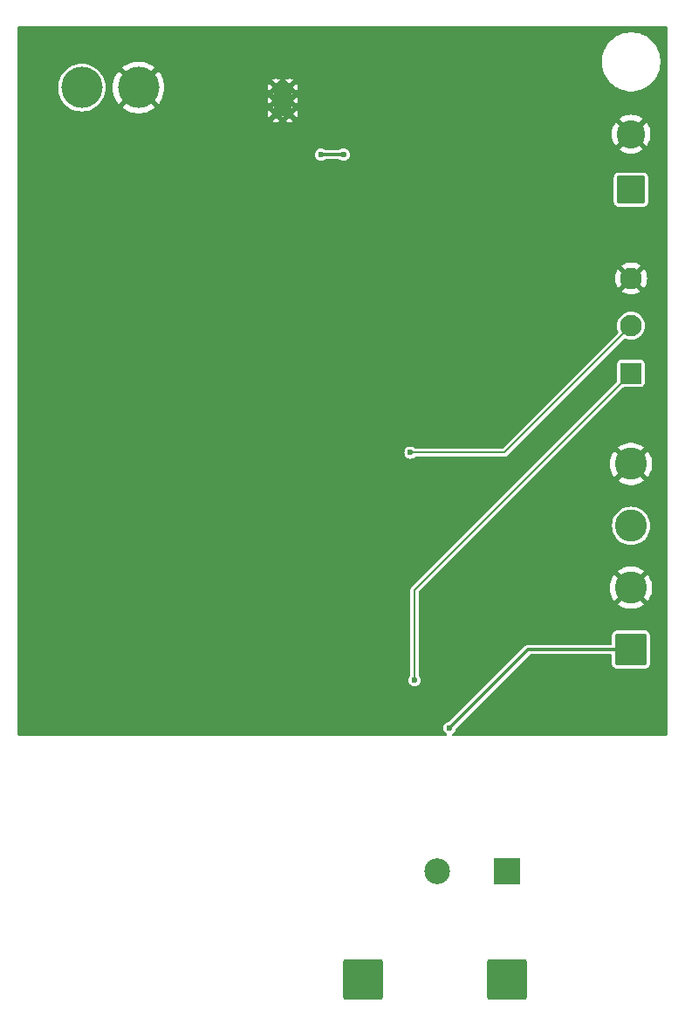
<source format=gbl>
G04 #@! TF.GenerationSoftware,KiCad,Pcbnew,8.0.6*
G04 #@! TF.CreationDate,2025-04-03T20:59:00+02:00*
G04 #@! TF.ProjectId,UV-Lamp,55562d4c-616d-4702-9e6b-696361645f70,v2.0*
G04 #@! TF.SameCoordinates,Original*
G04 #@! TF.FileFunction,Copper,L2,Bot*
G04 #@! TF.FilePolarity,Positive*
%FSLAX46Y46*%
G04 Gerber Fmt 4.6, Leading zero omitted, Abs format (unit mm)*
G04 Created by KiCad (PCBNEW 8.0.6) date 2025-04-03 20:59:00*
%MOMM*%
%LPD*%
G01*
G04 APERTURE LIST*
G04 Aperture macros list*
%AMRoundRect*
0 Rectangle with rounded corners*
0 $1 Rounding radius*
0 $2 $3 $4 $5 $6 $7 $8 $9 X,Y pos of 4 corners*
0 Add a 4 corners polygon primitive as box body*
4,1,4,$2,$3,$4,$5,$6,$7,$8,$9,$2,$3,0*
0 Add four circle primitives for the rounded corners*
1,1,$1+$1,$2,$3*
1,1,$1+$1,$4,$5*
1,1,$1+$1,$6,$7*
1,1,$1+$1,$8,$9*
0 Add four rect primitives between the rounded corners*
20,1,$1+$1,$2,$3,$4,$5,0*
20,1,$1+$1,$4,$5,$6,$7,0*
20,1,$1+$1,$6,$7,$8,$9,0*
20,1,$1+$1,$8,$9,$2,$3,0*%
G04 Aperture macros list end*
G04 #@! TA.AperFunction,ComponentPad*
%ADD10RoundRect,0.250002X-1.699998X-1.699998X1.699998X-1.699998X1.699998X1.699998X-1.699998X1.699998X0*%
G04 #@! TD*
G04 #@! TA.AperFunction,HeatsinkPad*
%ADD11C,0.600000*%
G04 #@! TD*
G04 #@! TA.AperFunction,HeatsinkPad*
%ADD12R,1.800000X3.100000*%
G04 #@! TD*
G04 #@! TA.AperFunction,ComponentPad*
%ADD13RoundRect,0.250000X1.125000X-1.125000X1.125000X1.125000X-1.125000X1.125000X-1.125000X-1.125000X0*%
G04 #@! TD*
G04 #@! TA.AperFunction,ComponentPad*
%ADD14C,2.750000*%
G04 #@! TD*
G04 #@! TA.AperFunction,ComponentPad*
%ADD15RoundRect,0.249999X1.300001X-1.300001X1.300001X1.300001X-1.300001X1.300001X-1.300001X-1.300001X0*%
G04 #@! TD*
G04 #@! TA.AperFunction,ComponentPad*
%ADD16C,3.100000*%
G04 #@! TD*
G04 #@! TA.AperFunction,ComponentPad*
%ADD17RoundRect,0.250001X0.799999X-0.799999X0.799999X0.799999X-0.799999X0.799999X-0.799999X-0.799999X0*%
G04 #@! TD*
G04 #@! TA.AperFunction,ComponentPad*
%ADD18C,2.100000*%
G04 #@! TD*
G04 #@! TA.AperFunction,ComponentPad*
%ADD19R,2.500000X2.500000*%
G04 #@! TD*
G04 #@! TA.AperFunction,ComponentPad*
%ADD20C,2.500000*%
G04 #@! TD*
G04 #@! TA.AperFunction,ComponentPad*
%ADD21C,4.000000*%
G04 #@! TD*
G04 #@! TA.AperFunction,ViaPad*
%ADD22C,0.600000*%
G04 #@! TD*
G04 #@! TA.AperFunction,Conductor*
%ADD23C,0.300000*%
G04 #@! TD*
G04 #@! TA.AperFunction,Conductor*
%ADD24C,0.200000*%
G04 #@! TD*
G04 APERTURE END LIST*
D10*
X141100000Y-148800000D03*
D11*
X132650000Y-62250000D03*
X132650000Y-63550000D03*
X132650000Y-64850000D03*
D12*
X133300000Y-63550000D03*
D11*
X133950000Y-62250000D03*
X133950000Y-63550000D03*
X133950000Y-64850000D03*
D13*
X167100000Y-72200000D03*
D14*
X167100000Y-66800000D03*
D15*
X167100000Y-116800000D03*
D16*
X167100000Y-110800000D03*
X167100000Y-104800000D03*
X167100000Y-98800000D03*
D10*
X155100000Y-148800000D03*
D17*
X167100000Y-90000000D03*
D18*
X167100000Y-85400000D03*
X167100000Y-80800000D03*
D19*
X155057500Y-138300000D03*
D20*
X148307500Y-138300000D03*
D21*
X113807500Y-62300000D03*
X119307500Y-62300000D03*
D22*
X144200000Y-82200000D03*
X123800000Y-72100000D03*
X154200000Y-77200000D03*
X119200000Y-57200000D03*
X119200000Y-112200000D03*
X149200000Y-57200000D03*
X154200000Y-122200000D03*
X109200000Y-122200000D03*
X149200000Y-87200000D03*
X142200000Y-115500000D03*
X140100000Y-114600000D03*
X149200000Y-67200000D03*
X154200000Y-67200000D03*
X159200000Y-82200000D03*
X141500000Y-102800000D03*
X109200000Y-92200000D03*
X129200000Y-82200000D03*
X138500000Y-63000000D03*
X128800000Y-61300000D03*
X114200000Y-92200000D03*
X124200000Y-62200000D03*
X149200000Y-112200000D03*
X158700000Y-96000000D03*
X119200000Y-97200000D03*
X139200000Y-57200000D03*
X114200000Y-117200000D03*
X109200000Y-67200000D03*
X109200000Y-57200000D03*
X159200000Y-77200000D03*
X134200000Y-107200000D03*
X119200000Y-82200000D03*
X149000000Y-118600000D03*
X129200000Y-57200000D03*
X154200000Y-112200000D03*
X109200000Y-117200000D03*
X119200000Y-92200000D03*
X141800000Y-92700000D03*
X114200000Y-102200000D03*
X140000000Y-65900000D03*
X144700000Y-114600000D03*
X114200000Y-122200000D03*
X109200000Y-72200000D03*
X159200000Y-62200000D03*
X114200000Y-112200000D03*
X134200000Y-77200000D03*
X109200000Y-102200000D03*
X129200000Y-87200000D03*
X109200000Y-107200000D03*
X144200000Y-57200000D03*
X169200000Y-77200000D03*
X159200000Y-67200000D03*
X134200000Y-57200000D03*
X129200000Y-107200000D03*
X114200000Y-107200000D03*
X114200000Y-97200000D03*
X114200000Y-87200000D03*
X169200000Y-122200000D03*
X114200000Y-82200000D03*
X154200000Y-57200000D03*
X164200000Y-67200000D03*
X142000000Y-121900000D03*
X134200000Y-82200000D03*
X142200000Y-118000000D03*
X109200000Y-97200000D03*
X119200000Y-122200000D03*
X141800000Y-95700000D03*
X146000000Y-92400000D03*
X124200000Y-57200000D03*
X109200000Y-62200000D03*
X109200000Y-87200000D03*
X119200000Y-107200000D03*
X153600000Y-99600000D03*
X119200000Y-117200000D03*
X109200000Y-77200000D03*
X114200000Y-57200000D03*
X164200000Y-62200000D03*
X119200000Y-102200000D03*
X119200000Y-67200000D03*
X141600000Y-99800000D03*
X109200000Y-112200000D03*
X148000000Y-96600000D03*
X119200000Y-87200000D03*
X159200000Y-57200000D03*
X129200000Y-112200000D03*
X134200000Y-87200000D03*
X129200000Y-92200000D03*
X164200000Y-77200000D03*
X139200000Y-82200000D03*
X144200000Y-67200000D03*
X119200000Y-72200000D03*
X109200000Y-82200000D03*
X129200000Y-77200000D03*
X164200000Y-122200000D03*
X129900000Y-70600000D03*
X139200000Y-68800000D03*
X137000000Y-68800000D03*
X145700000Y-97700000D03*
X146099968Y-119775645D03*
X149500000Y-124400000D03*
D23*
X137000000Y-68800000D02*
X139200000Y-68800000D01*
D24*
X145700000Y-97700000D02*
X154800000Y-97700000D01*
X154800000Y-97700000D02*
X167100000Y-85400000D01*
X146099968Y-119775645D02*
X146099968Y-111000032D01*
X146099968Y-111000032D02*
X167100000Y-90000000D01*
D23*
X149500000Y-124400000D02*
X157100000Y-116800000D01*
X157100000Y-116800000D02*
X167100000Y-116800000D01*
G04 #@! TA.AperFunction,Conductor*
G36*
X170525000Y-56320462D02*
G01*
X170579538Y-56375000D01*
X170599500Y-56449500D01*
X170599500Y-125051000D01*
X170579538Y-125125500D01*
X170525000Y-125180038D01*
X170450500Y-125200000D01*
X149881799Y-125200000D01*
X149807299Y-125180038D01*
X149752761Y-125125500D01*
X149732799Y-125051000D01*
X149752761Y-124976500D01*
X149796693Y-124932566D01*
X149795093Y-124930481D01*
X149802841Y-124924536D01*
X149928282Y-124828282D01*
X150024536Y-124702841D01*
X150085044Y-124556762D01*
X150094316Y-124486328D01*
X150123830Y-124415074D01*
X150136674Y-124400427D01*
X157242962Y-117294141D01*
X157309757Y-117255577D01*
X157348321Y-117250500D01*
X165100501Y-117250500D01*
X165175001Y-117270462D01*
X165229539Y-117325000D01*
X165249501Y-117399500D01*
X165249501Y-118143108D01*
X165260122Y-118231560D01*
X165260124Y-118231569D01*
X165315638Y-118372342D01*
X165315639Y-118372343D01*
X165407077Y-118492923D01*
X165527657Y-118584361D01*
X165668435Y-118639877D01*
X165756897Y-118650500D01*
X168443102Y-118650499D01*
X168531565Y-118639877D01*
X168672343Y-118584361D01*
X168792923Y-118492923D01*
X168884361Y-118372343D01*
X168939877Y-118231565D01*
X168950500Y-118143103D01*
X168950499Y-115456898D01*
X168939877Y-115368435D01*
X168884361Y-115227657D01*
X168792923Y-115107077D01*
X168672343Y-115015639D01*
X168672341Y-115015638D01*
X168672342Y-115015638D01*
X168531564Y-114960122D01*
X168443103Y-114949500D01*
X165756902Y-114949500D01*
X165756891Y-114949501D01*
X165668439Y-114960122D01*
X165668430Y-114960124D01*
X165527657Y-115015638D01*
X165407077Y-115107076D01*
X165407076Y-115107077D01*
X165315638Y-115227657D01*
X165260122Y-115368435D01*
X165249500Y-115456893D01*
X165249500Y-116200500D01*
X165229538Y-116275000D01*
X165175000Y-116329538D01*
X165100500Y-116349500D01*
X157040687Y-116349500D01*
X156950326Y-116373712D01*
X156950326Y-116373713D01*
X156926113Y-116380201D01*
X156823389Y-116439508D01*
X156823388Y-116439509D01*
X149499578Y-123763317D01*
X149432783Y-123801881D01*
X149413669Y-123805683D01*
X149343237Y-123814956D01*
X149197159Y-123875463D01*
X149071718Y-123971717D01*
X149071717Y-123971718D01*
X148975463Y-124097159D01*
X148914954Y-124243242D01*
X148894318Y-124399997D01*
X148894318Y-124400002D01*
X148914954Y-124556757D01*
X148975463Y-124702840D01*
X149071717Y-124828281D01*
X149071718Y-124828282D01*
X149204907Y-124930481D01*
X149203306Y-124932566D01*
X149247241Y-124976504D01*
X149267201Y-125051005D01*
X149247236Y-125125504D01*
X149192697Y-125180040D01*
X149118201Y-125200000D01*
X107749500Y-125200000D01*
X107675000Y-125180038D01*
X107620462Y-125125500D01*
X107600500Y-125051000D01*
X107600500Y-119775642D01*
X145494286Y-119775642D01*
X145494286Y-119775647D01*
X145514922Y-119932402D01*
X145575431Y-120078485D01*
X145575432Y-120078486D01*
X145671686Y-120203927D01*
X145797127Y-120300181D01*
X145943206Y-120360689D01*
X145943209Y-120360689D01*
X145943211Y-120360690D01*
X145943208Y-120360690D01*
X146099965Y-120381327D01*
X146099968Y-120381327D01*
X146099971Y-120381327D01*
X146256725Y-120360690D01*
X146256726Y-120360689D01*
X146256730Y-120360689D01*
X146402809Y-120300181D01*
X146528250Y-120203927D01*
X146624504Y-120078486D01*
X146685012Y-119932407D01*
X146705650Y-119775645D01*
X146685012Y-119618883D01*
X146624504Y-119472804D01*
X146531258Y-119351282D01*
X146501743Y-119280024D01*
X146500468Y-119260577D01*
X146500468Y-111227642D01*
X146520430Y-111153142D01*
X146544105Y-111122287D01*
X146866392Y-110800000D01*
X165045210Y-110800000D01*
X165064348Y-111079792D01*
X165064349Y-111079795D01*
X165121407Y-111354374D01*
X165215323Y-111618630D01*
X165344349Y-111867638D01*
X165482745Y-112063700D01*
X166201377Y-111345067D01*
X166284411Y-111469336D01*
X166430664Y-111615589D01*
X166554930Y-111698621D01*
X165837741Y-112415810D01*
X165915040Y-112478700D01*
X166154666Y-112624419D01*
X166411891Y-112736146D01*
X166681944Y-112811812D01*
X166681942Y-112811812D01*
X166959777Y-112850000D01*
X167240223Y-112850000D01*
X167518056Y-112811812D01*
X167788108Y-112736146D01*
X168045332Y-112624419D01*
X168045333Y-112624419D01*
X168284958Y-112478700D01*
X168362257Y-112415811D01*
X167645068Y-111698621D01*
X167769336Y-111615589D01*
X167915589Y-111469336D01*
X167998621Y-111345068D01*
X168717254Y-112063701D01*
X168855645Y-111867646D01*
X168855649Y-111867639D01*
X168984676Y-111618630D01*
X169078592Y-111354374D01*
X169135650Y-111079795D01*
X169135651Y-111079792D01*
X169154789Y-110800000D01*
X169135651Y-110520207D01*
X169135650Y-110520204D01*
X169078592Y-110245625D01*
X168984676Y-109981369D01*
X168855650Y-109732361D01*
X168717253Y-109536298D01*
X167998621Y-110254930D01*
X167915589Y-110130664D01*
X167769336Y-109984411D01*
X167645067Y-109901377D01*
X168362258Y-109184188D01*
X168362257Y-109184187D01*
X168284961Y-109121301D01*
X168284957Y-109121298D01*
X168045333Y-108975580D01*
X167788108Y-108863853D01*
X167518055Y-108788187D01*
X167518057Y-108788187D01*
X167240223Y-108750000D01*
X166959777Y-108750000D01*
X166681943Y-108788187D01*
X166411891Y-108863853D01*
X166154667Y-108975580D01*
X166154666Y-108975580D01*
X165915042Y-109121298D01*
X165915040Y-109121300D01*
X165837741Y-109184187D01*
X165837741Y-109184188D01*
X166554931Y-109901378D01*
X166430664Y-109984411D01*
X166284411Y-110130664D01*
X166201378Y-110254931D01*
X165482744Y-109536297D01*
X165344349Y-109732361D01*
X165215323Y-109981369D01*
X165121407Y-110245625D01*
X165064349Y-110520204D01*
X165064348Y-110520207D01*
X165045210Y-110800000D01*
X146866392Y-110800000D01*
X152866397Y-104799994D01*
X165244773Y-104799994D01*
X165244773Y-104800005D01*
X165263655Y-105064012D01*
X165263657Y-105064028D01*
X165319921Y-105322672D01*
X165319922Y-105322676D01*
X165319923Y-105322678D01*
X165412426Y-105570689D01*
X165412427Y-105570690D01*
X165539281Y-105803008D01*
X165634888Y-105930724D01*
X165697913Y-106014915D01*
X165885085Y-106202087D01*
X166011846Y-106296979D01*
X166096991Y-106360718D01*
X166213150Y-106424145D01*
X166329311Y-106487574D01*
X166577322Y-106580077D01*
X166835974Y-106636343D01*
X166835985Y-106636343D01*
X166835987Y-106636344D01*
X167099995Y-106655227D01*
X167100000Y-106655227D01*
X167100005Y-106655227D01*
X167364012Y-106636344D01*
X167364011Y-106636344D01*
X167364026Y-106636343D01*
X167622678Y-106580077D01*
X167870689Y-106487574D01*
X168056710Y-106385998D01*
X168103008Y-106360718D01*
X168103011Y-106360716D01*
X168314915Y-106202087D01*
X168502087Y-106014915D01*
X168660716Y-105803011D01*
X168787574Y-105570689D01*
X168880077Y-105322678D01*
X168936343Y-105064026D01*
X168955227Y-104800000D01*
X168936343Y-104535974D01*
X168880077Y-104277322D01*
X168787574Y-104029311D01*
X168724145Y-103913150D01*
X168660718Y-103796991D01*
X168596979Y-103711846D01*
X168502087Y-103585085D01*
X168314915Y-103397913D01*
X168230724Y-103334888D01*
X168103008Y-103239281D01*
X167928769Y-103144140D01*
X167870689Y-103112426D01*
X167622678Y-103019923D01*
X167622676Y-103019922D01*
X167622672Y-103019921D01*
X167364028Y-102963657D01*
X167364012Y-102963655D01*
X167100005Y-102944773D01*
X167099995Y-102944773D01*
X166835987Y-102963655D01*
X166835971Y-102963657D01*
X166577327Y-103019921D01*
X166577322Y-103019923D01*
X166329311Y-103112426D01*
X166329309Y-103112426D01*
X166329309Y-103112427D01*
X166096991Y-103239281D01*
X165885086Y-103397912D01*
X165697912Y-103585086D01*
X165539281Y-103796991D01*
X165412427Y-104029309D01*
X165319921Y-104277327D01*
X165263657Y-104535971D01*
X165263655Y-104535987D01*
X165244773Y-104799994D01*
X152866397Y-104799994D01*
X158866391Y-98800000D01*
X165045210Y-98800000D01*
X165064348Y-99079792D01*
X165064349Y-99079795D01*
X165121407Y-99354374D01*
X165215323Y-99618630D01*
X165344349Y-99867638D01*
X165482745Y-100063700D01*
X166201377Y-99345067D01*
X166284411Y-99469336D01*
X166430664Y-99615589D01*
X166554930Y-99698621D01*
X165837741Y-100415810D01*
X165915040Y-100478700D01*
X166154666Y-100624419D01*
X166411891Y-100736146D01*
X166681944Y-100811812D01*
X166681942Y-100811812D01*
X166959777Y-100850000D01*
X167240223Y-100850000D01*
X167518056Y-100811812D01*
X167788108Y-100736146D01*
X168045332Y-100624419D01*
X168045333Y-100624419D01*
X168284958Y-100478700D01*
X168362257Y-100415811D01*
X167645068Y-99698621D01*
X167769336Y-99615589D01*
X167915589Y-99469336D01*
X167998621Y-99345068D01*
X168717254Y-100063701D01*
X168855645Y-99867646D01*
X168855649Y-99867639D01*
X168984676Y-99618630D01*
X169078592Y-99354374D01*
X169135650Y-99079795D01*
X169135651Y-99079792D01*
X169154789Y-98800000D01*
X169135651Y-98520207D01*
X169135650Y-98520204D01*
X169078592Y-98245625D01*
X168984676Y-97981369D01*
X168855650Y-97732361D01*
X168717253Y-97536298D01*
X167998621Y-98254930D01*
X167915589Y-98130664D01*
X167769336Y-97984411D01*
X167645067Y-97901377D01*
X168362258Y-97184188D01*
X168362257Y-97184187D01*
X168284961Y-97121301D01*
X168284957Y-97121298D01*
X168045333Y-96975580D01*
X167788108Y-96863853D01*
X167518055Y-96788187D01*
X167518057Y-96788187D01*
X167240223Y-96750000D01*
X166959777Y-96750000D01*
X166681943Y-96788187D01*
X166411891Y-96863853D01*
X166154667Y-96975580D01*
X166154666Y-96975580D01*
X165915042Y-97121298D01*
X165915040Y-97121300D01*
X165837741Y-97184187D01*
X165837741Y-97184188D01*
X166554931Y-97901378D01*
X166430664Y-97984411D01*
X166284411Y-98130664D01*
X166201378Y-98254931D01*
X165482744Y-97536297D01*
X165344349Y-97732361D01*
X165215323Y-97981369D01*
X165121407Y-98245625D01*
X165064349Y-98520204D01*
X165064348Y-98520207D01*
X165045210Y-98800000D01*
X158866391Y-98800000D01*
X166272252Y-91394139D01*
X166339047Y-91355576D01*
X166377611Y-91350499D01*
X167943095Y-91350499D01*
X167943098Y-91350499D01*
X168031564Y-91339876D01*
X168172342Y-91284361D01*
X168292922Y-91192922D01*
X168384361Y-91072342D01*
X168439876Y-90931564D01*
X168450500Y-90843099D01*
X168450499Y-89156902D01*
X168439876Y-89068436D01*
X168384361Y-88927658D01*
X168292922Y-88807078D01*
X168292920Y-88807076D01*
X168234638Y-88762879D01*
X168172342Y-88715639D01*
X168172340Y-88715638D01*
X168031565Y-88660124D01*
X168031560Y-88660123D01*
X167959704Y-88651494D01*
X167943099Y-88649500D01*
X167943098Y-88649500D01*
X166256905Y-88649500D01*
X166256899Y-88649501D01*
X166168439Y-88660123D01*
X166168432Y-88660125D01*
X166027660Y-88715638D01*
X166027658Y-88715638D01*
X165907079Y-88807076D01*
X165907076Y-88807079D01*
X165815638Y-88927658D01*
X165815638Y-88927660D01*
X165760124Y-89068434D01*
X165760123Y-89068439D01*
X165749500Y-89156900D01*
X165749500Y-90722388D01*
X165729538Y-90796888D01*
X165705859Y-90827747D01*
X145779486Y-110754121D01*
X145779485Y-110754122D01*
X145726761Y-110845442D01*
X145726762Y-110845442D01*
X145726761Y-110845445D01*
X145699468Y-110947301D01*
X145699468Y-119260577D01*
X145679506Y-119335077D01*
X145668678Y-119351282D01*
X145575431Y-119472804D01*
X145514922Y-119618887D01*
X145494286Y-119775642D01*
X107600500Y-119775642D01*
X107600500Y-97699997D01*
X145094318Y-97699997D01*
X145094318Y-97700002D01*
X145114954Y-97856757D01*
X145175463Y-98002840D01*
X145251379Y-98101775D01*
X145271718Y-98128282D01*
X145397159Y-98224536D01*
X145543238Y-98285044D01*
X145543241Y-98285044D01*
X145543243Y-98285045D01*
X145543240Y-98285045D01*
X145699997Y-98305682D01*
X145700000Y-98305682D01*
X145700003Y-98305682D01*
X145856757Y-98285045D01*
X145856758Y-98285044D01*
X145856762Y-98285044D01*
X146002841Y-98224536D01*
X146124362Y-98131290D01*
X146195619Y-98101775D01*
X146215067Y-98100500D01*
X154852725Y-98100500D01*
X154852727Y-98100500D01*
X154954588Y-98073207D01*
X155045913Y-98020480D01*
X166396265Y-86670126D01*
X166463058Y-86631564D01*
X166540186Y-86631564D01*
X166564593Y-86640448D01*
X166636332Y-86673901D01*
X166636333Y-86673901D01*
X166636337Y-86673903D01*
X166864592Y-86735063D01*
X167100000Y-86755659D01*
X167335408Y-86735063D01*
X167563663Y-86673903D01*
X167777830Y-86574035D01*
X167971401Y-86438495D01*
X168138495Y-86271401D01*
X168274035Y-86077830D01*
X168373903Y-85863663D01*
X168435063Y-85635408D01*
X168455659Y-85400000D01*
X168435063Y-85164592D01*
X168373903Y-84936337D01*
X168274035Y-84722171D01*
X168138495Y-84528599D01*
X167971401Y-84361505D01*
X167777830Y-84225965D01*
X167563663Y-84126097D01*
X167563661Y-84126096D01*
X167335409Y-84064937D01*
X167100000Y-84044341D01*
X166864590Y-84064937D01*
X166636340Y-84126096D01*
X166636339Y-84126096D01*
X166636337Y-84126097D01*
X166422171Y-84225965D01*
X166422168Y-84225966D01*
X166422168Y-84225967D01*
X166228596Y-84361507D01*
X166061507Y-84528596D01*
X166061505Y-84528599D01*
X165925965Y-84722171D01*
X165826097Y-84936337D01*
X165826096Y-84936340D01*
X165764937Y-85164590D01*
X165744341Y-85400000D01*
X165764937Y-85635409D01*
X165826096Y-85863661D01*
X165826099Y-85863668D01*
X165859551Y-85935407D01*
X165872944Y-86011363D01*
X165846564Y-86083840D01*
X165829870Y-86103735D01*
X154677748Y-97255859D01*
X154610953Y-97294423D01*
X154572389Y-97299500D01*
X146215067Y-97299500D01*
X146140567Y-97279538D01*
X146124362Y-97268710D01*
X146002840Y-97175463D01*
X145922944Y-97142369D01*
X145856762Y-97114956D01*
X145856760Y-97114955D01*
X145856756Y-97114954D01*
X145856759Y-97114954D01*
X145700003Y-97094318D01*
X145699997Y-97094318D01*
X145543242Y-97114954D01*
X145397159Y-97175463D01*
X145271718Y-97271717D01*
X145271717Y-97271718D01*
X145175463Y-97397159D01*
X145114954Y-97543242D01*
X145094318Y-97699997D01*
X107600500Y-97699997D01*
X107600500Y-80800000D01*
X165545207Y-80800000D01*
X165564349Y-81043226D01*
X165564350Y-81043230D01*
X165621305Y-81280459D01*
X165714667Y-81505858D01*
X165714670Y-81505863D01*
X165838503Y-81707941D01*
X166576211Y-80970232D01*
X166587482Y-81012292D01*
X166659890Y-81137708D01*
X166762292Y-81240110D01*
X166887708Y-81312518D01*
X166929765Y-81323787D01*
X166192058Y-82061494D01*
X166394142Y-82185332D01*
X166394141Y-82185332D01*
X166619540Y-82278694D01*
X166856769Y-82335649D01*
X166856773Y-82335650D01*
X167100000Y-82354792D01*
X167343226Y-82335650D01*
X167343230Y-82335649D01*
X167580459Y-82278694D01*
X167805858Y-82185332D01*
X168007941Y-82061495D01*
X167270234Y-81323787D01*
X167312292Y-81312518D01*
X167437708Y-81240110D01*
X167540110Y-81137708D01*
X167612518Y-81012292D01*
X167623787Y-80970233D01*
X168361495Y-81707941D01*
X168485332Y-81505858D01*
X168578694Y-81280459D01*
X168635649Y-81043230D01*
X168635650Y-81043226D01*
X168654792Y-80800000D01*
X168635650Y-80556773D01*
X168635649Y-80556769D01*
X168578694Y-80319540D01*
X168485332Y-80094141D01*
X168361494Y-79892058D01*
X167623787Y-80629764D01*
X167612518Y-80587708D01*
X167540110Y-80462292D01*
X167437708Y-80359890D01*
X167312292Y-80287482D01*
X167270232Y-80276211D01*
X168007941Y-79538503D01*
X167805863Y-79414670D01*
X167805858Y-79414667D01*
X167580459Y-79321305D01*
X167343230Y-79264350D01*
X167343226Y-79264349D01*
X167100000Y-79245207D01*
X166856773Y-79264349D01*
X166856769Y-79264350D01*
X166619540Y-79321305D01*
X166394141Y-79414667D01*
X166394136Y-79414670D01*
X166192057Y-79538503D01*
X166929766Y-80276212D01*
X166887708Y-80287482D01*
X166762292Y-80359890D01*
X166659890Y-80462292D01*
X166587482Y-80587708D01*
X166576212Y-80629766D01*
X165838503Y-79892057D01*
X165714670Y-80094136D01*
X165714667Y-80094141D01*
X165621305Y-80319540D01*
X165564350Y-80556769D01*
X165564349Y-80556773D01*
X165545207Y-80800000D01*
X107600500Y-80800000D01*
X107600500Y-71031894D01*
X165424500Y-71031894D01*
X165424500Y-73368105D01*
X165435122Y-73456563D01*
X165490638Y-73597341D01*
X165490639Y-73597342D01*
X165582078Y-73717922D01*
X165702658Y-73809361D01*
X165843436Y-73864877D01*
X165931898Y-73875500D01*
X165931899Y-73875500D01*
X168268101Y-73875500D01*
X168268102Y-73875500D01*
X168356564Y-73864877D01*
X168497342Y-73809361D01*
X168617922Y-73717922D01*
X168709361Y-73597342D01*
X168764877Y-73456564D01*
X168775500Y-73368102D01*
X168775500Y-71031898D01*
X168764877Y-70943436D01*
X168709361Y-70802658D01*
X168617922Y-70682078D01*
X168617920Y-70682076D01*
X168570982Y-70646482D01*
X168497342Y-70590639D01*
X168497341Y-70590638D01*
X168356563Y-70535122D01*
X168268105Y-70524500D01*
X168268102Y-70524500D01*
X165931898Y-70524500D01*
X165931894Y-70524500D01*
X165843436Y-70535122D01*
X165702658Y-70590638D01*
X165702658Y-70590639D01*
X165582079Y-70682076D01*
X165582076Y-70682079D01*
X165490639Y-70802658D01*
X165490638Y-70802658D01*
X165435122Y-70943436D01*
X165424500Y-71031894D01*
X107600500Y-71031894D01*
X107600500Y-68799997D01*
X136394318Y-68799997D01*
X136394318Y-68800002D01*
X136414954Y-68956757D01*
X136475463Y-69102840D01*
X136475464Y-69102841D01*
X136571718Y-69228282D01*
X136697159Y-69324536D01*
X136843238Y-69385044D01*
X136843241Y-69385044D01*
X136843243Y-69385045D01*
X136843240Y-69385045D01*
X136999997Y-69405682D01*
X137000000Y-69405682D01*
X137000003Y-69405682D01*
X137156757Y-69385045D01*
X137156758Y-69385044D01*
X137156762Y-69385044D01*
X137302841Y-69324536D01*
X137359201Y-69281289D01*
X137430457Y-69251775D01*
X137449905Y-69250500D01*
X138750095Y-69250500D01*
X138824595Y-69270462D01*
X138840795Y-69281287D01*
X138897159Y-69324536D01*
X139043238Y-69385044D01*
X139043241Y-69385044D01*
X139043243Y-69385045D01*
X139043240Y-69385045D01*
X139199997Y-69405682D01*
X139200000Y-69405682D01*
X139200003Y-69405682D01*
X139356757Y-69385045D01*
X139356758Y-69385044D01*
X139356762Y-69385044D01*
X139502841Y-69324536D01*
X139628282Y-69228282D01*
X139724536Y-69102841D01*
X139785044Y-68956762D01*
X139805682Y-68800000D01*
X139805682Y-68799997D01*
X139785045Y-68643241D01*
X139724536Y-68497159D01*
X139628282Y-68371718D01*
X139628281Y-68371717D01*
X139502840Y-68275463D01*
X139422944Y-68242369D01*
X139356762Y-68214956D01*
X139356760Y-68214955D01*
X139356756Y-68214954D01*
X139356759Y-68214954D01*
X139200003Y-68194318D01*
X139199997Y-68194318D01*
X139043242Y-68214954D01*
X138897159Y-68275463D01*
X138856913Y-68306345D01*
X138840798Y-68318710D01*
X138769543Y-68348225D01*
X138750095Y-68349500D01*
X137449905Y-68349500D01*
X137375405Y-68329538D01*
X137359204Y-68318712D01*
X137302841Y-68275464D01*
X137302840Y-68275463D01*
X137222944Y-68242369D01*
X137156762Y-68214956D01*
X137156760Y-68214955D01*
X137156756Y-68214954D01*
X137156759Y-68214954D01*
X137000003Y-68194318D01*
X136999997Y-68194318D01*
X136843242Y-68214954D01*
X136697159Y-68275463D01*
X136571718Y-68371717D01*
X136571717Y-68371718D01*
X136475463Y-68497159D01*
X136414955Y-68643241D01*
X136394318Y-68799997D01*
X107600500Y-68799997D01*
X107600500Y-66799994D01*
X165220211Y-66799994D01*
X165220211Y-66800005D01*
X165239343Y-67067508D01*
X165239345Y-67067524D01*
X165296354Y-67329592D01*
X165390085Y-67580897D01*
X165518619Y-67816288D01*
X165609179Y-67937264D01*
X166327545Y-67218898D01*
X166420343Y-67357780D01*
X166542220Y-67479657D01*
X166681099Y-67572453D01*
X165962733Y-68290819D01*
X166083711Y-68381380D01*
X166319102Y-68509914D01*
X166570407Y-68603645D01*
X166832475Y-68660654D01*
X166832491Y-68660656D01*
X167099995Y-68679789D01*
X167100005Y-68679789D01*
X167367508Y-68660656D01*
X167367524Y-68660654D01*
X167629592Y-68603645D01*
X167880897Y-68509914D01*
X168116288Y-68381381D01*
X168237264Y-68290818D01*
X167518900Y-67572453D01*
X167657780Y-67479657D01*
X167779657Y-67357780D01*
X167872453Y-67218899D01*
X168590818Y-67937264D01*
X168681381Y-67816288D01*
X168809914Y-67580897D01*
X168903645Y-67329592D01*
X168960654Y-67067524D01*
X168960656Y-67067508D01*
X168979789Y-66800005D01*
X168979789Y-66799994D01*
X168960656Y-66532491D01*
X168960654Y-66532475D01*
X168903645Y-66270407D01*
X168809914Y-66019102D01*
X168681380Y-65783711D01*
X168590818Y-65662733D01*
X167872452Y-66381098D01*
X167779657Y-66242220D01*
X167657780Y-66120343D01*
X167518898Y-66027545D01*
X168237265Y-65309179D01*
X168116288Y-65218619D01*
X167880897Y-65090085D01*
X167629592Y-64996354D01*
X167367524Y-64939345D01*
X167367508Y-64939343D01*
X167100005Y-64920211D01*
X167099995Y-64920211D01*
X166832491Y-64939343D01*
X166832475Y-64939345D01*
X166570407Y-64996354D01*
X166319102Y-65090085D01*
X166083713Y-65218618D01*
X165962734Y-65309180D01*
X166681100Y-66027546D01*
X166542220Y-66120343D01*
X166420343Y-66242220D01*
X166327546Y-66381100D01*
X165609180Y-65662734D01*
X165518618Y-65783713D01*
X165390085Y-66019102D01*
X165296354Y-66270407D01*
X165239345Y-66532475D01*
X165239343Y-66532491D01*
X165220211Y-66799994D01*
X107600500Y-66799994D01*
X107600500Y-65566661D01*
X132286891Y-65566661D01*
X132300697Y-65575336D01*
X132470858Y-65634877D01*
X132649999Y-65655062D01*
X132650001Y-65655062D01*
X132829140Y-65634877D01*
X132999303Y-65575335D01*
X132999306Y-65575333D01*
X133013107Y-65566661D01*
X133586891Y-65566661D01*
X133600697Y-65575336D01*
X133770858Y-65634877D01*
X133949999Y-65655062D01*
X133950001Y-65655062D01*
X134129140Y-65634877D01*
X134299303Y-65575335D01*
X134299306Y-65575333D01*
X134313107Y-65566661D01*
X134313107Y-65566660D01*
X133950000Y-65203553D01*
X133586891Y-65566661D01*
X133013107Y-65566661D01*
X133013107Y-65566660D01*
X132650000Y-65203553D01*
X132286891Y-65566661D01*
X107600500Y-65566661D01*
X107600500Y-64849999D01*
X131844938Y-64849999D01*
X131844938Y-64850000D01*
X131865122Y-65029140D01*
X131865122Y-65029141D01*
X131924664Y-65199304D01*
X131933337Y-65213106D01*
X132296445Y-64849999D01*
X132266609Y-64820163D01*
X132500000Y-64820163D01*
X132500000Y-64879837D01*
X132522836Y-64934968D01*
X132565032Y-64977164D01*
X132620163Y-65000000D01*
X132679837Y-65000000D01*
X132734968Y-64977164D01*
X132777164Y-64934968D01*
X132800000Y-64879837D01*
X132800000Y-64820163D01*
X132777164Y-64765032D01*
X132734968Y-64722836D01*
X132679837Y-64700000D01*
X132620163Y-64700000D01*
X132565032Y-64722836D01*
X132522836Y-64765032D01*
X132500000Y-64820163D01*
X132266609Y-64820163D01*
X131933338Y-64486892D01*
X131933337Y-64486892D01*
X131924666Y-64500692D01*
X131924664Y-64500696D01*
X131865122Y-64670859D01*
X131844938Y-64849999D01*
X107600500Y-64849999D01*
X107600500Y-62299999D01*
X111502064Y-62299999D01*
X111502064Y-62300000D01*
X111521787Y-62600922D01*
X111576608Y-62876525D01*
X111580620Y-62896691D01*
X111677555Y-63182252D01*
X111686649Y-63200692D01*
X111810931Y-63452714D01*
X111895872Y-63579837D01*
X111978475Y-63703461D01*
X112177311Y-63930189D01*
X112404039Y-64129025D01*
X112404045Y-64129029D01*
X112654785Y-64296568D01*
X112748220Y-64342644D01*
X112925248Y-64429945D01*
X113210809Y-64526880D01*
X113506580Y-64585713D01*
X113807500Y-64605436D01*
X114108420Y-64585713D01*
X114404191Y-64526880D01*
X114689752Y-64429945D01*
X114960218Y-64296566D01*
X115210961Y-64129025D01*
X115437689Y-63930189D01*
X115636525Y-63703461D01*
X115804066Y-63452718D01*
X115937445Y-63182252D01*
X116034380Y-62896691D01*
X116093213Y-62600920D01*
X116112936Y-62300000D01*
X116802557Y-62300000D01*
X116822308Y-62613944D01*
X116822309Y-62613954D01*
X116881255Y-62922957D01*
X116978460Y-63222122D01*
X116978468Y-63222143D01*
X117112403Y-63506768D01*
X117280955Y-63772363D01*
X117371786Y-63882159D01*
X118371208Y-62882736D01*
X118468467Y-63016602D01*
X118590898Y-63139033D01*
X118724762Y-63236290D01*
X117722472Y-64238579D01*
X117722472Y-64238580D01*
X117965285Y-64414994D01*
X118240939Y-64566536D01*
X118240947Y-64566540D01*
X118533424Y-64682339D01*
X118533433Y-64682342D01*
X118838118Y-64760573D01*
X118838124Y-64760574D01*
X119150212Y-64799999D01*
X119150212Y-64800000D01*
X119464788Y-64800000D01*
X119464787Y-64799999D01*
X119776875Y-64760574D01*
X119776881Y-64760573D01*
X120081566Y-64682342D01*
X120081575Y-64682339D01*
X120374052Y-64566540D01*
X120374060Y-64566536D01*
X120649719Y-64414991D01*
X120892526Y-64238580D01*
X120892526Y-64238579D01*
X119890237Y-63236290D01*
X120024102Y-63139033D01*
X120146533Y-63016602D01*
X120243790Y-62882736D01*
X121243213Y-63882159D01*
X121334038Y-63772371D01*
X121334044Y-63772364D01*
X121475161Y-63549999D01*
X131844938Y-63549999D01*
X131844938Y-63550000D01*
X131865122Y-63729140D01*
X131865122Y-63729141D01*
X131924664Y-63899304D01*
X131933337Y-63913106D01*
X132296445Y-63549999D01*
X132266609Y-63520163D01*
X132500000Y-63520163D01*
X132500000Y-63579837D01*
X132522836Y-63634968D01*
X132565032Y-63677164D01*
X132620163Y-63700000D01*
X132679837Y-63700000D01*
X132734968Y-63677164D01*
X132777164Y-63634968D01*
X132800000Y-63579837D01*
X132800000Y-63520163D01*
X132777164Y-63465032D01*
X132734968Y-63422836D01*
X132679837Y-63400000D01*
X132620163Y-63400000D01*
X132565032Y-63422836D01*
X132522836Y-63465032D01*
X132500000Y-63520163D01*
X132266609Y-63520163D01*
X131933338Y-63186892D01*
X131933337Y-63186892D01*
X131924666Y-63200692D01*
X131924664Y-63200696D01*
X131865122Y-63370859D01*
X131844938Y-63549999D01*
X121475161Y-63549999D01*
X121502596Y-63506768D01*
X121636531Y-63222143D01*
X121636539Y-63222122D01*
X121733744Y-62922957D01*
X121738123Y-62900000D01*
X132353553Y-62900000D01*
X132898194Y-63444641D01*
X132936758Y-63511436D01*
X132936758Y-63588564D01*
X132898194Y-63655359D01*
X132353553Y-64200000D01*
X132650000Y-64496447D01*
X133300000Y-65146446D01*
X133626284Y-64820163D01*
X133800000Y-64820163D01*
X133800000Y-64879837D01*
X133822836Y-64934968D01*
X133865032Y-64977164D01*
X133920163Y-65000000D01*
X133979837Y-65000000D01*
X134034968Y-64977164D01*
X134077164Y-64934968D01*
X134100000Y-64879837D01*
X134100000Y-64849999D01*
X134303553Y-64849999D01*
X134666660Y-65213107D01*
X134666661Y-65213107D01*
X134675333Y-65199306D01*
X134675335Y-65199303D01*
X134734877Y-65029140D01*
X134755062Y-64850000D01*
X134755062Y-64849999D01*
X134734877Y-64670859D01*
X134734877Y-64670858D01*
X134675336Y-64500697D01*
X134666660Y-64486891D01*
X134303553Y-64849999D01*
X134100000Y-64849999D01*
X134100000Y-64820163D01*
X134077164Y-64765032D01*
X134034968Y-64722836D01*
X133979837Y-64700000D01*
X133920163Y-64700000D01*
X133865032Y-64722836D01*
X133822836Y-64765032D01*
X133800000Y-64820163D01*
X133626284Y-64820163D01*
X133950000Y-64496447D01*
X134246446Y-64200000D01*
X133701805Y-63655359D01*
X133663241Y-63588564D01*
X133663241Y-63520163D01*
X133800000Y-63520163D01*
X133800000Y-63579837D01*
X133822836Y-63634968D01*
X133865032Y-63677164D01*
X133920163Y-63700000D01*
X133979837Y-63700000D01*
X134034968Y-63677164D01*
X134077164Y-63634968D01*
X134100000Y-63579837D01*
X134100000Y-63549999D01*
X134303553Y-63549999D01*
X134666660Y-63913107D01*
X134666661Y-63913107D01*
X134675333Y-63899306D01*
X134675335Y-63899303D01*
X134734877Y-63729140D01*
X134755062Y-63550000D01*
X134755062Y-63549999D01*
X134734877Y-63370859D01*
X134734877Y-63370858D01*
X134675336Y-63200697D01*
X134666660Y-63186891D01*
X134303553Y-63549999D01*
X134100000Y-63549999D01*
X134100000Y-63520163D01*
X134077164Y-63465032D01*
X134034968Y-63422836D01*
X133979837Y-63400000D01*
X133920163Y-63400000D01*
X133865032Y-63422836D01*
X133822836Y-63465032D01*
X133800000Y-63520163D01*
X133663241Y-63520163D01*
X133663241Y-63511436D01*
X133701805Y-63444641D01*
X133950000Y-63196447D01*
X134246446Y-62900000D01*
X134246446Y-62899999D01*
X133566610Y-62220163D01*
X133800000Y-62220163D01*
X133800000Y-62279837D01*
X133822836Y-62334968D01*
X133865032Y-62377164D01*
X133920163Y-62400000D01*
X133979837Y-62400000D01*
X134034968Y-62377164D01*
X134077164Y-62334968D01*
X134100000Y-62279837D01*
X134100000Y-62249999D01*
X134303553Y-62249999D01*
X134666660Y-62613107D01*
X134666661Y-62613107D01*
X134675333Y-62599306D01*
X134675335Y-62599303D01*
X134734877Y-62429140D01*
X134755062Y-62250000D01*
X134755062Y-62249999D01*
X134734877Y-62070859D01*
X134734877Y-62070858D01*
X134675336Y-61900697D01*
X134666660Y-61886891D01*
X134303553Y-62249999D01*
X134100000Y-62249999D01*
X134100000Y-62220163D01*
X134077164Y-62165032D01*
X134034968Y-62122836D01*
X133979837Y-62100000D01*
X133920163Y-62100000D01*
X133865032Y-62122836D01*
X133822836Y-62165032D01*
X133800000Y-62220163D01*
X133566610Y-62220163D01*
X133300000Y-61953553D01*
X132353553Y-62900000D01*
X121738123Y-62900000D01*
X121792690Y-62613954D01*
X121792691Y-62613944D01*
X121812442Y-62300000D01*
X121809296Y-62249999D01*
X131844938Y-62249999D01*
X131844938Y-62250000D01*
X131865122Y-62429140D01*
X131865122Y-62429141D01*
X131924664Y-62599304D01*
X131933337Y-62613106D01*
X132296445Y-62249999D01*
X132266609Y-62220163D01*
X132500000Y-62220163D01*
X132500000Y-62279837D01*
X132522836Y-62334968D01*
X132565032Y-62377164D01*
X132620163Y-62400000D01*
X132679837Y-62400000D01*
X132734968Y-62377164D01*
X132777164Y-62334968D01*
X132800000Y-62279837D01*
X132800000Y-62220163D01*
X132777164Y-62165032D01*
X132734968Y-62122836D01*
X132679837Y-62100000D01*
X132620163Y-62100000D01*
X132565032Y-62122836D01*
X132522836Y-62165032D01*
X132500000Y-62220163D01*
X132266609Y-62220163D01*
X131933338Y-61886892D01*
X131933337Y-61886892D01*
X131924666Y-61900692D01*
X131924664Y-61900696D01*
X131865122Y-62070859D01*
X131844938Y-62249999D01*
X121809296Y-62249999D01*
X121792691Y-61986055D01*
X121792690Y-61986045D01*
X121733744Y-61677042D01*
X121687051Y-61533337D01*
X132286892Y-61533337D01*
X132286892Y-61533338D01*
X132649999Y-61896445D01*
X133013106Y-61533337D01*
X133013107Y-61533337D01*
X133586892Y-61533337D01*
X133586892Y-61533338D01*
X133949999Y-61896445D01*
X134313106Y-61533337D01*
X134313107Y-61533337D01*
X134299303Y-61524664D01*
X134299305Y-61524664D01*
X134129140Y-61465122D01*
X133950001Y-61444938D01*
X133949999Y-61444938D01*
X133770859Y-61465122D01*
X133600696Y-61524664D01*
X133600692Y-61524666D01*
X133586892Y-61533337D01*
X133013107Y-61533337D01*
X132999303Y-61524664D01*
X132999305Y-61524664D01*
X132829140Y-61465122D01*
X132650001Y-61444938D01*
X132649999Y-61444938D01*
X132470859Y-61465122D01*
X132300696Y-61524664D01*
X132300692Y-61524666D01*
X132286892Y-61533337D01*
X121687051Y-61533337D01*
X121636539Y-61377877D01*
X121636531Y-61377856D01*
X121502596Y-61093231D01*
X121334044Y-60827636D01*
X121243212Y-60717839D01*
X120243789Y-61717261D01*
X120146533Y-61583398D01*
X120024102Y-61460967D01*
X119890236Y-61363708D01*
X120892526Y-60361419D01*
X120892526Y-60361418D01*
X120649714Y-60185005D01*
X120374060Y-60033463D01*
X120374052Y-60033459D01*
X120081575Y-59917660D01*
X120081566Y-59917657D01*
X119776881Y-59839426D01*
X119776875Y-59839425D01*
X119464787Y-59800000D01*
X119150212Y-59800000D01*
X118838124Y-59839425D01*
X118838118Y-59839426D01*
X118533433Y-59917657D01*
X118533424Y-59917660D01*
X118240947Y-60033459D01*
X118240939Y-60033463D01*
X117965289Y-60185003D01*
X117722472Y-60361419D01*
X118724762Y-61363709D01*
X118590898Y-61460967D01*
X118468467Y-61583398D01*
X118371209Y-61717262D01*
X117371786Y-60717839D01*
X117371785Y-60717839D01*
X117280966Y-60827620D01*
X117280958Y-60827632D01*
X117112403Y-61093231D01*
X116978468Y-61377856D01*
X116978460Y-61377877D01*
X116881255Y-61677042D01*
X116822309Y-61986045D01*
X116822308Y-61986055D01*
X116802557Y-62300000D01*
X116112936Y-62300000D01*
X116093213Y-61999080D01*
X116034380Y-61703309D01*
X115937445Y-61417748D01*
X115830064Y-61200000D01*
X115804068Y-61147285D01*
X115636529Y-60896545D01*
X115636526Y-60896541D01*
X115636525Y-60896539D01*
X115437689Y-60669811D01*
X115210961Y-60470975D01*
X115046999Y-60361419D01*
X114960214Y-60303431D01*
X114775802Y-60212490D01*
X114689752Y-60170055D01*
X114404191Y-60073120D01*
X114404186Y-60073119D01*
X114404183Y-60073118D01*
X114108422Y-60014287D01*
X113807500Y-59994564D01*
X113506577Y-60014287D01*
X113210816Y-60073118D01*
X113210811Y-60073119D01*
X113210809Y-60073120D01*
X113072230Y-60120161D01*
X112925250Y-60170054D01*
X112654785Y-60303431D01*
X112404045Y-60470970D01*
X112404041Y-60470973D01*
X112177311Y-60669811D01*
X111978473Y-60896541D01*
X111978470Y-60896545D01*
X111810931Y-61147285D01*
X111677554Y-61417750D01*
X111641262Y-61524664D01*
X111589537Y-61677042D01*
X111580622Y-61703304D01*
X111580618Y-61703316D01*
X111521787Y-61999077D01*
X111502064Y-62299999D01*
X107600500Y-62299999D01*
X107600500Y-59639919D01*
X164249500Y-59639919D01*
X164249500Y-59960080D01*
X164285346Y-60278225D01*
X164356586Y-60590348D01*
X164356587Y-60590353D01*
X164356590Y-60590363D01*
X164439614Y-60827632D01*
X164462331Y-60892554D01*
X164462334Y-60892563D01*
X164601245Y-61181013D01*
X164771575Y-61452093D01*
X164771579Y-61452098D01*
X164771581Y-61452101D01*
X164971198Y-61702413D01*
X165197587Y-61928802D01*
X165447899Y-62128419D01*
X165447902Y-62128421D01*
X165447906Y-62128424D01*
X165506168Y-62165032D01*
X165718987Y-62298755D01*
X166007442Y-62437668D01*
X166309637Y-62543410D01*
X166621771Y-62614653D01*
X166939919Y-62650500D01*
X167260081Y-62650500D01*
X167578229Y-62614653D01*
X167890363Y-62543410D01*
X168192558Y-62437668D01*
X168481013Y-62298755D01*
X168752101Y-62128419D01*
X169002413Y-61928802D01*
X169228802Y-61702413D01*
X169428419Y-61452101D01*
X169598755Y-61181013D01*
X169737668Y-60892558D01*
X169843410Y-60590363D01*
X169914653Y-60278229D01*
X169950500Y-59960081D01*
X169950500Y-59639919D01*
X169914653Y-59321771D01*
X169843410Y-59009637D01*
X169737668Y-58707442D01*
X169598755Y-58418987D01*
X169533710Y-58315469D01*
X169428424Y-58147906D01*
X169428421Y-58147902D01*
X169428419Y-58147899D01*
X169228802Y-57897587D01*
X169002413Y-57671198D01*
X168752101Y-57471581D01*
X168752098Y-57471579D01*
X168752093Y-57471575D01*
X168481013Y-57301245D01*
X168192563Y-57162334D01*
X168192560Y-57162333D01*
X168192558Y-57162332D01*
X167890363Y-57056590D01*
X167890353Y-57056587D01*
X167890348Y-57056586D01*
X167578225Y-56985346D01*
X167260081Y-56949500D01*
X166939919Y-56949500D01*
X166621774Y-56985346D01*
X166309651Y-57056586D01*
X166309643Y-57056588D01*
X166309637Y-57056590D01*
X166007445Y-57162331D01*
X166007436Y-57162334D01*
X165718986Y-57301245D01*
X165447906Y-57471575D01*
X165197582Y-57671202D01*
X164971202Y-57897582D01*
X164771575Y-58147906D01*
X164601245Y-58418986D01*
X164462334Y-58707436D01*
X164462332Y-58707442D01*
X164356590Y-59009637D01*
X164356588Y-59009643D01*
X164356586Y-59009651D01*
X164285346Y-59321774D01*
X164249500Y-59639919D01*
X107600500Y-59639919D01*
X107600500Y-56449500D01*
X107620462Y-56375000D01*
X107675000Y-56320462D01*
X107749500Y-56300500D01*
X170450500Y-56300500D01*
X170525000Y-56320462D01*
G37*
G04 #@! TD.AperFunction*
M02*

</source>
